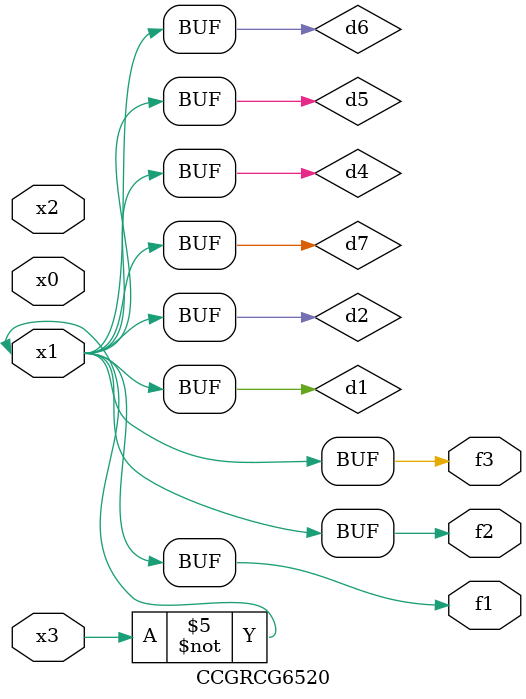
<source format=v>
module CCGRCG6520(
	input x0, x1, x2, x3,
	output f1, f2, f3
);

	wire d1, d2, d3, d4, d5, d6, d7;

	not (d1, x3);
	buf (d2, x1);
	xnor (d3, d1, d2);
	nor (d4, d1);
	buf (d5, d1, d2);
	buf (d6, d4, d5);
	nand (d7, d4);
	assign f1 = d6;
	assign f2 = d7;
	assign f3 = d6;
endmodule

</source>
